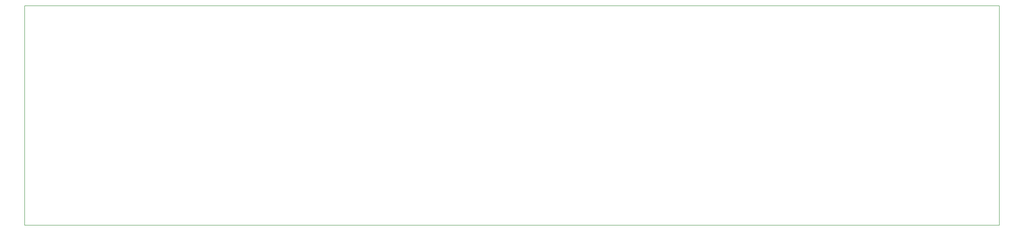
<source format=gm1>
G04 MADE WITH FRITZING*
G04 WWW.FRITZING.ORG*
G04 DOUBLE SIDED*
G04 HOLES PLATED*
G04 CONTOUR ON CENTER OF CONTOUR VECTOR*
%ASAXBY*%
%FSLAX23Y23*%
%MOIN*%
%OFA0B0*%
%SFA1.0B1.0*%
%ADD10R,15.157500X3.425200*%
%ADD11C,0.008000*%
%ADD10C,0.008*%
%LNCONTOUR*%
G90*
G70*
G54D10*
G54D11*
X4Y3421D02*
X15154Y3421D01*
X15154Y4D01*
X4Y4D01*
X4Y3421D01*
D02*
G04 End of contour*
M02*
</source>
